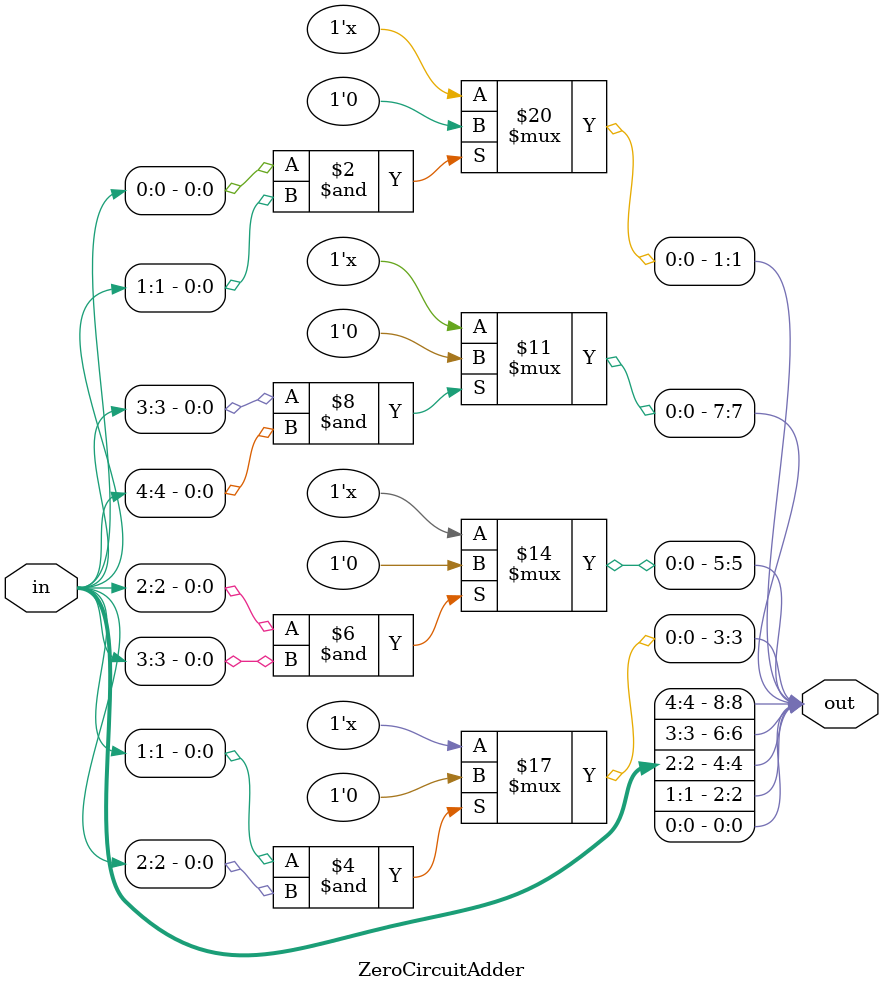
<source format=v>
module ZeroCircuitAdder(in,out);
    input wire[4:0] in;
    output reg[8:0] out;


    always@(in)
        begin
        {out[8], out[6], out[4], out[2], out[0]} = in;
            if((in[0]&in[1]) == 1'b1)
                begin
                    out[1] = 1'b0;
                end
            else
                begin
                    out[1] = 1'bz;
                end
            if((in[1]&in[2]) == 1'b1)
                begin
                    out[3] = 1'b0;
                end
            else
                begin
                    out[3] = 1'bz;
                end
            if((in[2]&in[3]) == 1'b1)
                begin
                    out[5] = 1'b0;
                end
            else
                begin
                    out[5] = 1'bz;
                end
            if((in[3]&in[4]) == 1'b1)
                begin
                    out[7] = 1'b0;
                end
            else
                begin
                    out[7] = 1'bz;
                end
        end

endmodule
</source>
